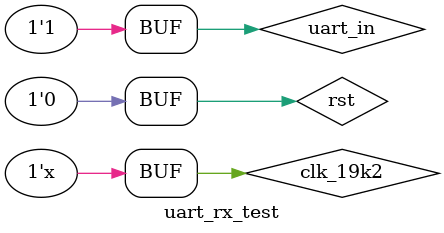
<source format=v>
`timescale 1ns / 1ps


module uart_rx_test;

	// Inputs
	reg uart_in;
	reg clk_19k2;
	reg rst;

	// Outputs
	wire read_ready;
	wire [7:0] byte0;
	wire [7:0] byte1;
	wire [7:0] byte2;
	wire [7:0] byte3;
	wire [7:0] byte4;

	// Instantiate the Unit Under Test (UUT)
	uart_rx uut (
		.uart_in(uart_in), 
		.clk_19k2(clk_19k2), 
		.rst(rst), 
		.read_ready(read_ready), 
		.byte0(byte0), 
		.byte1(byte1), 
		.byte2(byte2), 
		.byte3(byte3), 
		.byte4(byte4)
	);

	initial begin
		// Initialize Inputs
		uart_in = 1;
		clk_19k2 = 0;
		rst = 1;

		// Wait 100 ns for global reset to finish
		#100;
      rst = 0;
		// Add stimulus here
		
		#30;
		uart_in = 0; //start bit for byte 0
		#10;
		uart_in = 1;
		#10;
		uart_in = 1;
		#10;
		uart_in = 1;
		#10;
		uart_in = 0;
		#10;
		uart_in = 0;
		#10;
		uart_in = 0;
		#10;
		uart_in = 1;
		#10;
		uart_in = 1;
		#10;
		uart_in = 1; //stop bit
		
		#40;
		uart_in = 0; //start bit byte1
		#10;
		uart_in = 1;
		#10;
		uart_in = 1;
		#10;
		uart_in = 1;
		#10;
		uart_in = 0;
		#10;
		uart_in = 1;
		#10;
		uart_in = 1;
		#10;
		uart_in = 1;
		#10;
		uart_in = 1;
		#10;
		uart_in = 1; //stop bit
		
		#40;
		uart_in = 0; //start bit byte2
		#10;
		uart_in = 0;
		#10;
		uart_in = 1;
		#10;
		uart_in = 1;
		#10;
		uart_in = 1;
		#10;
		uart_in = 0;
		#10;
		uart_in = 0;
		#10;
		uart_in = 0;
		#10;
		uart_in = 0;
		#10;
		uart_in = 1; //stop bit
		
		#40;
		uart_in = 0; //start bit byte3
		#10;
		uart_in = 1;
		#10;
		uart_in = 0;
		#10;
		uart_in = 0;
		#10;
		uart_in = 0;
		#10;
		uart_in = 0;
		#10;
		uart_in = 0;
		#10;
		uart_in = 0;
		#10;
		uart_in = 1;
		#10;
		uart_in = 1; //stop bit
		
		#40;
		uart_in = 0; //start bit byte4
		#10;
		uart_in = 1;
		#10;
		uart_in = 0;
		#10;
		uart_in = 1;
		#10;
		uart_in = 0;
		#10;
		uart_in = 0;
		#10;
		uart_in = 0;
		#10;
		uart_in = 1;
		#10;
		uart_in = 0;
		#10;
		uart_in = 1; //stop bit
		
		//for fun, flail uart bus.
		#10;
		uart_in = 0;
		#10
		uart_in = 1;
		#10;
		uart_in = 0;
		#10
		uart_in = 1;
		#10;
		uart_in = 0;
		#10
		uart_in = 1;
		#10;
		uart_in = 0;
		#10
		uart_in = 1;
		#10;
		uart_in = 0;
		#10
		uart_in = 1;
		#10;
		uart_in = 0;
		#10
		uart_in = 1;
		#10;
		uart_in = 0;
		#10
		uart_in = 1;
		
		#40
		rst = 1;
		#10
		rst = 0;

	end
	always begin
		#5;
		clk_19k2 = ~clk_19k2;
	end
endmodule


</source>
